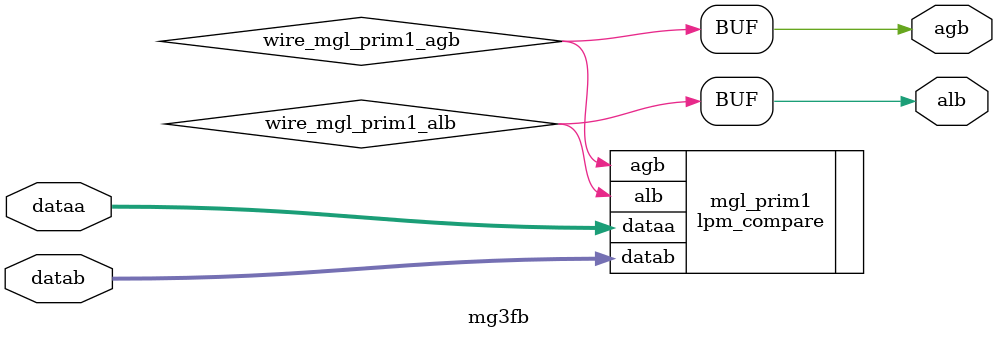
<source format=v>






//synthesis_resources = lpm_compare 1 
//synopsys translate_off
`timescale 1 ps / 1 ps
//synopsys translate_on
module  mg3fb
	( 
	agb,
	alb,
	dataa,
	datab) /* synthesis synthesis_clearbox=1 */;
	output   agb;
	output   alb;
	input   [12:0]  dataa;
	input   [12:0]  datab;

	wire  wire_mgl_prim1_agb;
	wire  wire_mgl_prim1_alb;

	lpm_compare   mgl_prim1
	( 
	.agb(wire_mgl_prim1_agb),
	.alb(wire_mgl_prim1_alb),
	.dataa(dataa),
	.datab(datab));
	defparam
		mgl_prim1.lpm_representation = "SIGNED",
		mgl_prim1.lpm_type = "LPM_COMPARE",
		mgl_prim1.lpm_width = 13;
	assign
		agb = wire_mgl_prim1_agb,
		alb = wire_mgl_prim1_alb;
endmodule //mg3fb
//VALID FILE

</source>
